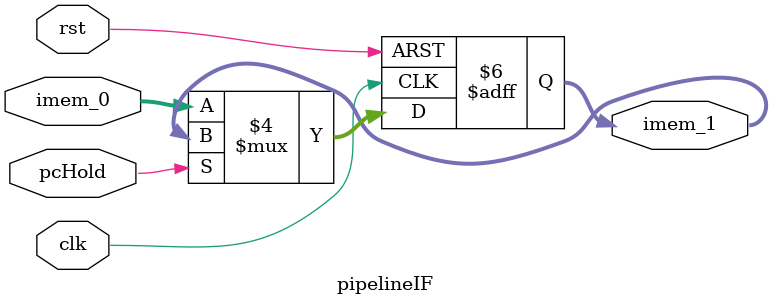
<source format=v>
`timescale 1ns / 1ps


module pipelineIF(
    input clk,
    input rst,
    input [31:0] imem_0,
    input pcHold,
    output reg [31:0] imem_1
    );
    always@(posedge clk or posedge rst)
    begin
        if (rst == 1'b1)
            imem_1 <= 32'b0;
        else if (pcHold)
            imem_1 <= imem_1;
        else
            imem_1 <= imem_0;
    end
endmodule

</source>
